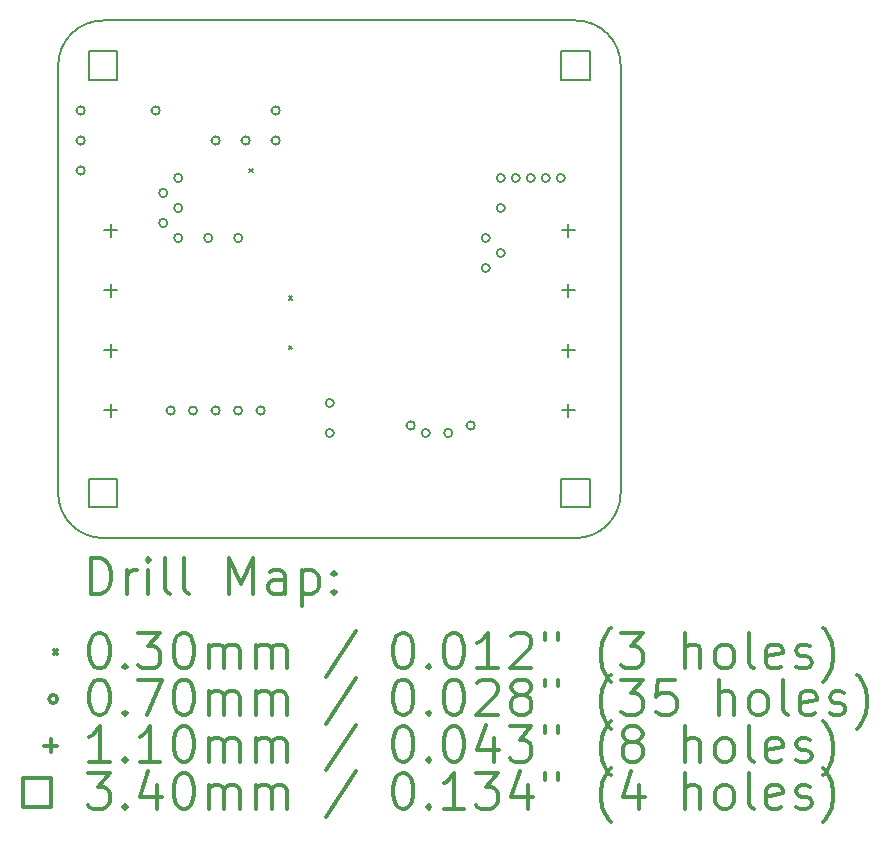
<source format=gbr>
%FSLAX45Y45*%
G04 Gerber Fmt 4.5, Leading zero omitted, Abs format (unit mm)*
G04 Created by KiCad (PCBNEW (5.0.2)-1) date 01/24/19 20:45:36*
%MOMM*%
%LPD*%
G01*
G04 APERTURE LIST*
%ADD10C,0.150000*%
%ADD11C,0.200000*%
%ADD12C,0.300000*%
G04 APERTURE END LIST*
D10*
X14859000Y-3048000D02*
X14859000Y-3238500D01*
X19240500Y-2667000D02*
X15240000Y-2667000D01*
X19621500Y-3238500D02*
X19621500Y-3048000D01*
X19621500Y-6667500D02*
X19621500Y-6477000D01*
X15240000Y-7048500D02*
X19240500Y-7048500D01*
X14859000Y-6667500D02*
X14859000Y-6477000D01*
X19621500Y-6667500D02*
G75*
G02X19240500Y-7048500I-381000J0D01*
G01*
X15240000Y-7048500D02*
G75*
G02X14859000Y-6667500I0J381000D01*
G01*
X14859000Y-3048000D02*
G75*
G02X15240000Y-2667000I381000J0D01*
G01*
X19240500Y-2667000D02*
G75*
G02X19621500Y-3048000I0J-381000D01*
G01*
X19621500Y-6477000D02*
X19621500Y-3238500D01*
X14859000Y-3238500D02*
X14859000Y-6477000D01*
D11*
X16476000Y-3922000D02*
X16506000Y-3952000D01*
X16506000Y-3922000D02*
X16476000Y-3952000D01*
X16812500Y-5001500D02*
X16842500Y-5031500D01*
X16842500Y-5001500D02*
X16812500Y-5031500D01*
X16812500Y-5420600D02*
X16842500Y-5450600D01*
X16842500Y-5420600D02*
X16812500Y-5450600D01*
X15783000Y-4127500D02*
G75*
G03X15783000Y-4127500I-35000J0D01*
G01*
X15783000Y-4381500D02*
G75*
G03X15783000Y-4381500I-35000J0D01*
G01*
X15846500Y-5969000D02*
G75*
G03X15846500Y-5969000I-35000J0D01*
G01*
X15910000Y-4000500D02*
G75*
G03X15910000Y-4000500I-35000J0D01*
G01*
X15910000Y-4254500D02*
G75*
G03X15910000Y-4254500I-35000J0D01*
G01*
X15910000Y-4508500D02*
G75*
G03X15910000Y-4508500I-35000J0D01*
G01*
X16037000Y-5969000D02*
G75*
G03X16037000Y-5969000I-35000J0D01*
G01*
X16164000Y-4508500D02*
G75*
G03X16164000Y-4508500I-35000J0D01*
G01*
X16227500Y-5969000D02*
G75*
G03X16227500Y-5969000I-35000J0D01*
G01*
X16418000Y-4508500D02*
G75*
G03X16418000Y-4508500I-35000J0D01*
G01*
X16418000Y-5969000D02*
G75*
G03X16418000Y-5969000I-35000J0D01*
G01*
X16608500Y-5969000D02*
G75*
G03X16608500Y-5969000I-35000J0D01*
G01*
X17878500Y-6096000D02*
G75*
G03X17878500Y-6096000I-35000J0D01*
G01*
X18005500Y-6159500D02*
G75*
G03X18005500Y-6159500I-35000J0D01*
G01*
X18196000Y-6159500D02*
G75*
G03X18196000Y-6159500I-35000J0D01*
G01*
X18386500Y-6096000D02*
G75*
G03X18386500Y-6096000I-35000J0D01*
G01*
X18513500Y-4508500D02*
G75*
G03X18513500Y-4508500I-35000J0D01*
G01*
X18513500Y-4762500D02*
G75*
G03X18513500Y-4762500I-35000J0D01*
G01*
X18640500Y-4000500D02*
G75*
G03X18640500Y-4000500I-35000J0D01*
G01*
X18640500Y-4254500D02*
G75*
G03X18640500Y-4254500I-35000J0D01*
G01*
X18640500Y-4635500D02*
G75*
G03X18640500Y-4635500I-35000J0D01*
G01*
X18767500Y-4000500D02*
G75*
G03X18767500Y-4000500I-35000J0D01*
G01*
X18894500Y-4000500D02*
G75*
G03X18894500Y-4000500I-35000J0D01*
G01*
X19021500Y-4000500D02*
G75*
G03X19021500Y-4000500I-35000J0D01*
G01*
X19148500Y-4000500D02*
G75*
G03X19148500Y-4000500I-35000J0D01*
G01*
X17192700Y-5905500D02*
G75*
G03X17192700Y-5905500I-35000J0D01*
G01*
X17192700Y-6159500D02*
G75*
G03X17192700Y-6159500I-35000J0D01*
G01*
X15719500Y-3429000D02*
G75*
G03X15719500Y-3429000I-35000J0D01*
G01*
X16735500Y-3429000D02*
G75*
G03X16735500Y-3429000I-35000J0D01*
G01*
X15084500Y-3429000D02*
G75*
G03X15084500Y-3429000I-35000J0D01*
G01*
X15084500Y-3683000D02*
G75*
G03X15084500Y-3683000I-35000J0D01*
G01*
X15084500Y-3937000D02*
G75*
G03X15084500Y-3937000I-35000J0D01*
G01*
X16227500Y-3683000D02*
G75*
G03X16227500Y-3683000I-35000J0D01*
G01*
X16481500Y-3683000D02*
G75*
G03X16481500Y-3683000I-35000J0D01*
G01*
X16735500Y-3683000D02*
G75*
G03X16735500Y-3683000I-35000J0D01*
G01*
X15303500Y-5406000D02*
X15303500Y-5516000D01*
X15248500Y-5461000D02*
X15358500Y-5461000D01*
X15303500Y-5914000D02*
X15303500Y-6024000D01*
X15248500Y-5969000D02*
X15358500Y-5969000D01*
X15303500Y-4390000D02*
X15303500Y-4500000D01*
X15248500Y-4445000D02*
X15358500Y-4445000D01*
X15303500Y-4898000D02*
X15303500Y-5008000D01*
X15248500Y-4953000D02*
X15358500Y-4953000D01*
X19177000Y-4390000D02*
X19177000Y-4500000D01*
X19122000Y-4445000D02*
X19232000Y-4445000D01*
X19177000Y-4898000D02*
X19177000Y-5008000D01*
X19122000Y-4953000D02*
X19232000Y-4953000D01*
X19177000Y-5406000D02*
X19177000Y-5516000D01*
X19122000Y-5461000D02*
X19232000Y-5461000D01*
X19177000Y-5914000D02*
X19177000Y-6024000D01*
X19122000Y-5969000D02*
X19232000Y-5969000D01*
X19360709Y-3168209D02*
X19360709Y-2927791D01*
X19120291Y-2927791D01*
X19120291Y-3168209D01*
X19360709Y-3168209D01*
X19360709Y-6787709D02*
X19360709Y-6547291D01*
X19120291Y-6547291D01*
X19120291Y-6787709D01*
X19360709Y-6787709D01*
X15360209Y-6787709D02*
X15360209Y-6547291D01*
X15119791Y-6547291D01*
X15119791Y-6787709D01*
X15360209Y-6787709D01*
X15360209Y-3168209D02*
X15360209Y-2927791D01*
X15119791Y-2927791D01*
X15119791Y-3168209D01*
X15360209Y-3168209D01*
D12*
X15137928Y-7521714D02*
X15137928Y-7221714D01*
X15209357Y-7221714D01*
X15252214Y-7236000D01*
X15280786Y-7264571D01*
X15295071Y-7293143D01*
X15309357Y-7350286D01*
X15309357Y-7393143D01*
X15295071Y-7450286D01*
X15280786Y-7478857D01*
X15252214Y-7507429D01*
X15209357Y-7521714D01*
X15137928Y-7521714D01*
X15437928Y-7521714D02*
X15437928Y-7321714D01*
X15437928Y-7378857D02*
X15452214Y-7350286D01*
X15466500Y-7336000D01*
X15495071Y-7321714D01*
X15523643Y-7321714D01*
X15623643Y-7521714D02*
X15623643Y-7321714D01*
X15623643Y-7221714D02*
X15609357Y-7236000D01*
X15623643Y-7250286D01*
X15637928Y-7236000D01*
X15623643Y-7221714D01*
X15623643Y-7250286D01*
X15809357Y-7521714D02*
X15780786Y-7507429D01*
X15766500Y-7478857D01*
X15766500Y-7221714D01*
X15966500Y-7521714D02*
X15937928Y-7507429D01*
X15923643Y-7478857D01*
X15923643Y-7221714D01*
X16309357Y-7521714D02*
X16309357Y-7221714D01*
X16409357Y-7436000D01*
X16509357Y-7221714D01*
X16509357Y-7521714D01*
X16780786Y-7521714D02*
X16780786Y-7364571D01*
X16766500Y-7336000D01*
X16737928Y-7321714D01*
X16680786Y-7321714D01*
X16652214Y-7336000D01*
X16780786Y-7507429D02*
X16752214Y-7521714D01*
X16680786Y-7521714D01*
X16652214Y-7507429D01*
X16637928Y-7478857D01*
X16637928Y-7450286D01*
X16652214Y-7421714D01*
X16680786Y-7407429D01*
X16752214Y-7407429D01*
X16780786Y-7393143D01*
X16923643Y-7321714D02*
X16923643Y-7621714D01*
X16923643Y-7336000D02*
X16952214Y-7321714D01*
X17009357Y-7321714D01*
X17037928Y-7336000D01*
X17052214Y-7350286D01*
X17066500Y-7378857D01*
X17066500Y-7464571D01*
X17052214Y-7493143D01*
X17037928Y-7507429D01*
X17009357Y-7521714D01*
X16952214Y-7521714D01*
X16923643Y-7507429D01*
X17195071Y-7493143D02*
X17209357Y-7507429D01*
X17195071Y-7521714D01*
X17180786Y-7507429D01*
X17195071Y-7493143D01*
X17195071Y-7521714D01*
X17195071Y-7336000D02*
X17209357Y-7350286D01*
X17195071Y-7364571D01*
X17180786Y-7350286D01*
X17195071Y-7336000D01*
X17195071Y-7364571D01*
X14821500Y-8001000D02*
X14851500Y-8031000D01*
X14851500Y-8001000D02*
X14821500Y-8031000D01*
X15195071Y-7851714D02*
X15223643Y-7851714D01*
X15252214Y-7866000D01*
X15266500Y-7880286D01*
X15280786Y-7908857D01*
X15295071Y-7966000D01*
X15295071Y-8037429D01*
X15280786Y-8094571D01*
X15266500Y-8123143D01*
X15252214Y-8137429D01*
X15223643Y-8151714D01*
X15195071Y-8151714D01*
X15166500Y-8137429D01*
X15152214Y-8123143D01*
X15137928Y-8094571D01*
X15123643Y-8037429D01*
X15123643Y-7966000D01*
X15137928Y-7908857D01*
X15152214Y-7880286D01*
X15166500Y-7866000D01*
X15195071Y-7851714D01*
X15423643Y-8123143D02*
X15437928Y-8137429D01*
X15423643Y-8151714D01*
X15409357Y-8137429D01*
X15423643Y-8123143D01*
X15423643Y-8151714D01*
X15537928Y-7851714D02*
X15723643Y-7851714D01*
X15623643Y-7966000D01*
X15666500Y-7966000D01*
X15695071Y-7980286D01*
X15709357Y-7994571D01*
X15723643Y-8023143D01*
X15723643Y-8094571D01*
X15709357Y-8123143D01*
X15695071Y-8137429D01*
X15666500Y-8151714D01*
X15580786Y-8151714D01*
X15552214Y-8137429D01*
X15537928Y-8123143D01*
X15909357Y-7851714D02*
X15937928Y-7851714D01*
X15966500Y-7866000D01*
X15980786Y-7880286D01*
X15995071Y-7908857D01*
X16009357Y-7966000D01*
X16009357Y-8037429D01*
X15995071Y-8094571D01*
X15980786Y-8123143D01*
X15966500Y-8137429D01*
X15937928Y-8151714D01*
X15909357Y-8151714D01*
X15880786Y-8137429D01*
X15866500Y-8123143D01*
X15852214Y-8094571D01*
X15837928Y-8037429D01*
X15837928Y-7966000D01*
X15852214Y-7908857D01*
X15866500Y-7880286D01*
X15880786Y-7866000D01*
X15909357Y-7851714D01*
X16137928Y-8151714D02*
X16137928Y-7951714D01*
X16137928Y-7980286D02*
X16152214Y-7966000D01*
X16180786Y-7951714D01*
X16223643Y-7951714D01*
X16252214Y-7966000D01*
X16266500Y-7994571D01*
X16266500Y-8151714D01*
X16266500Y-7994571D02*
X16280786Y-7966000D01*
X16309357Y-7951714D01*
X16352214Y-7951714D01*
X16380786Y-7966000D01*
X16395071Y-7994571D01*
X16395071Y-8151714D01*
X16537928Y-8151714D02*
X16537928Y-7951714D01*
X16537928Y-7980286D02*
X16552214Y-7966000D01*
X16580786Y-7951714D01*
X16623643Y-7951714D01*
X16652214Y-7966000D01*
X16666500Y-7994571D01*
X16666500Y-8151714D01*
X16666500Y-7994571D02*
X16680786Y-7966000D01*
X16709357Y-7951714D01*
X16752214Y-7951714D01*
X16780786Y-7966000D01*
X16795071Y-7994571D01*
X16795071Y-8151714D01*
X17380786Y-7837429D02*
X17123643Y-8223143D01*
X17766500Y-7851714D02*
X17795071Y-7851714D01*
X17823643Y-7866000D01*
X17837928Y-7880286D01*
X17852214Y-7908857D01*
X17866500Y-7966000D01*
X17866500Y-8037429D01*
X17852214Y-8094571D01*
X17837928Y-8123143D01*
X17823643Y-8137429D01*
X17795071Y-8151714D01*
X17766500Y-8151714D01*
X17737928Y-8137429D01*
X17723643Y-8123143D01*
X17709357Y-8094571D01*
X17695071Y-8037429D01*
X17695071Y-7966000D01*
X17709357Y-7908857D01*
X17723643Y-7880286D01*
X17737928Y-7866000D01*
X17766500Y-7851714D01*
X17995071Y-8123143D02*
X18009357Y-8137429D01*
X17995071Y-8151714D01*
X17980786Y-8137429D01*
X17995071Y-8123143D01*
X17995071Y-8151714D01*
X18195071Y-7851714D02*
X18223643Y-7851714D01*
X18252214Y-7866000D01*
X18266500Y-7880286D01*
X18280786Y-7908857D01*
X18295071Y-7966000D01*
X18295071Y-8037429D01*
X18280786Y-8094571D01*
X18266500Y-8123143D01*
X18252214Y-8137429D01*
X18223643Y-8151714D01*
X18195071Y-8151714D01*
X18166500Y-8137429D01*
X18152214Y-8123143D01*
X18137928Y-8094571D01*
X18123643Y-8037429D01*
X18123643Y-7966000D01*
X18137928Y-7908857D01*
X18152214Y-7880286D01*
X18166500Y-7866000D01*
X18195071Y-7851714D01*
X18580786Y-8151714D02*
X18409357Y-8151714D01*
X18495071Y-8151714D02*
X18495071Y-7851714D01*
X18466500Y-7894571D01*
X18437928Y-7923143D01*
X18409357Y-7937429D01*
X18695071Y-7880286D02*
X18709357Y-7866000D01*
X18737928Y-7851714D01*
X18809357Y-7851714D01*
X18837928Y-7866000D01*
X18852214Y-7880286D01*
X18866500Y-7908857D01*
X18866500Y-7937429D01*
X18852214Y-7980286D01*
X18680786Y-8151714D01*
X18866500Y-8151714D01*
X18980786Y-7851714D02*
X18980786Y-7908857D01*
X19095071Y-7851714D02*
X19095071Y-7908857D01*
X19537928Y-8266000D02*
X19523643Y-8251714D01*
X19495071Y-8208857D01*
X19480786Y-8180286D01*
X19466500Y-8137429D01*
X19452214Y-8066000D01*
X19452214Y-8008857D01*
X19466500Y-7937429D01*
X19480786Y-7894571D01*
X19495071Y-7866000D01*
X19523643Y-7823143D01*
X19537928Y-7808857D01*
X19623643Y-7851714D02*
X19809357Y-7851714D01*
X19709357Y-7966000D01*
X19752214Y-7966000D01*
X19780786Y-7980286D01*
X19795071Y-7994571D01*
X19809357Y-8023143D01*
X19809357Y-8094571D01*
X19795071Y-8123143D01*
X19780786Y-8137429D01*
X19752214Y-8151714D01*
X19666500Y-8151714D01*
X19637928Y-8137429D01*
X19623643Y-8123143D01*
X20166500Y-8151714D02*
X20166500Y-7851714D01*
X20295071Y-8151714D02*
X20295071Y-7994571D01*
X20280786Y-7966000D01*
X20252214Y-7951714D01*
X20209357Y-7951714D01*
X20180786Y-7966000D01*
X20166500Y-7980286D01*
X20480786Y-8151714D02*
X20452214Y-8137429D01*
X20437928Y-8123143D01*
X20423643Y-8094571D01*
X20423643Y-8008857D01*
X20437928Y-7980286D01*
X20452214Y-7966000D01*
X20480786Y-7951714D01*
X20523643Y-7951714D01*
X20552214Y-7966000D01*
X20566500Y-7980286D01*
X20580786Y-8008857D01*
X20580786Y-8094571D01*
X20566500Y-8123143D01*
X20552214Y-8137429D01*
X20523643Y-8151714D01*
X20480786Y-8151714D01*
X20752214Y-8151714D02*
X20723643Y-8137429D01*
X20709357Y-8108857D01*
X20709357Y-7851714D01*
X20980786Y-8137429D02*
X20952214Y-8151714D01*
X20895071Y-8151714D01*
X20866500Y-8137429D01*
X20852214Y-8108857D01*
X20852214Y-7994571D01*
X20866500Y-7966000D01*
X20895071Y-7951714D01*
X20952214Y-7951714D01*
X20980786Y-7966000D01*
X20995071Y-7994571D01*
X20995071Y-8023143D01*
X20852214Y-8051714D01*
X21109357Y-8137429D02*
X21137928Y-8151714D01*
X21195071Y-8151714D01*
X21223643Y-8137429D01*
X21237928Y-8108857D01*
X21237928Y-8094571D01*
X21223643Y-8066000D01*
X21195071Y-8051714D01*
X21152214Y-8051714D01*
X21123643Y-8037429D01*
X21109357Y-8008857D01*
X21109357Y-7994571D01*
X21123643Y-7966000D01*
X21152214Y-7951714D01*
X21195071Y-7951714D01*
X21223643Y-7966000D01*
X21337928Y-8266000D02*
X21352214Y-8251714D01*
X21380786Y-8208857D01*
X21395071Y-8180286D01*
X21409357Y-8137429D01*
X21423643Y-8066000D01*
X21423643Y-8008857D01*
X21409357Y-7937429D01*
X21395071Y-7894571D01*
X21380786Y-7866000D01*
X21352214Y-7823143D01*
X21337928Y-7808857D01*
X14851500Y-8412000D02*
G75*
G03X14851500Y-8412000I-35000J0D01*
G01*
X15195071Y-8247714D02*
X15223643Y-8247714D01*
X15252214Y-8262000D01*
X15266500Y-8276286D01*
X15280786Y-8304857D01*
X15295071Y-8362000D01*
X15295071Y-8433429D01*
X15280786Y-8490572D01*
X15266500Y-8519143D01*
X15252214Y-8533429D01*
X15223643Y-8547714D01*
X15195071Y-8547714D01*
X15166500Y-8533429D01*
X15152214Y-8519143D01*
X15137928Y-8490572D01*
X15123643Y-8433429D01*
X15123643Y-8362000D01*
X15137928Y-8304857D01*
X15152214Y-8276286D01*
X15166500Y-8262000D01*
X15195071Y-8247714D01*
X15423643Y-8519143D02*
X15437928Y-8533429D01*
X15423643Y-8547714D01*
X15409357Y-8533429D01*
X15423643Y-8519143D01*
X15423643Y-8547714D01*
X15537928Y-8247714D02*
X15737928Y-8247714D01*
X15609357Y-8547714D01*
X15909357Y-8247714D02*
X15937928Y-8247714D01*
X15966500Y-8262000D01*
X15980786Y-8276286D01*
X15995071Y-8304857D01*
X16009357Y-8362000D01*
X16009357Y-8433429D01*
X15995071Y-8490572D01*
X15980786Y-8519143D01*
X15966500Y-8533429D01*
X15937928Y-8547714D01*
X15909357Y-8547714D01*
X15880786Y-8533429D01*
X15866500Y-8519143D01*
X15852214Y-8490572D01*
X15837928Y-8433429D01*
X15837928Y-8362000D01*
X15852214Y-8304857D01*
X15866500Y-8276286D01*
X15880786Y-8262000D01*
X15909357Y-8247714D01*
X16137928Y-8547714D02*
X16137928Y-8347714D01*
X16137928Y-8376286D02*
X16152214Y-8362000D01*
X16180786Y-8347714D01*
X16223643Y-8347714D01*
X16252214Y-8362000D01*
X16266500Y-8390572D01*
X16266500Y-8547714D01*
X16266500Y-8390572D02*
X16280786Y-8362000D01*
X16309357Y-8347714D01*
X16352214Y-8347714D01*
X16380786Y-8362000D01*
X16395071Y-8390572D01*
X16395071Y-8547714D01*
X16537928Y-8547714D02*
X16537928Y-8347714D01*
X16537928Y-8376286D02*
X16552214Y-8362000D01*
X16580786Y-8347714D01*
X16623643Y-8347714D01*
X16652214Y-8362000D01*
X16666500Y-8390572D01*
X16666500Y-8547714D01*
X16666500Y-8390572D02*
X16680786Y-8362000D01*
X16709357Y-8347714D01*
X16752214Y-8347714D01*
X16780786Y-8362000D01*
X16795071Y-8390572D01*
X16795071Y-8547714D01*
X17380786Y-8233429D02*
X17123643Y-8619143D01*
X17766500Y-8247714D02*
X17795071Y-8247714D01*
X17823643Y-8262000D01*
X17837928Y-8276286D01*
X17852214Y-8304857D01*
X17866500Y-8362000D01*
X17866500Y-8433429D01*
X17852214Y-8490572D01*
X17837928Y-8519143D01*
X17823643Y-8533429D01*
X17795071Y-8547714D01*
X17766500Y-8547714D01*
X17737928Y-8533429D01*
X17723643Y-8519143D01*
X17709357Y-8490572D01*
X17695071Y-8433429D01*
X17695071Y-8362000D01*
X17709357Y-8304857D01*
X17723643Y-8276286D01*
X17737928Y-8262000D01*
X17766500Y-8247714D01*
X17995071Y-8519143D02*
X18009357Y-8533429D01*
X17995071Y-8547714D01*
X17980786Y-8533429D01*
X17995071Y-8519143D01*
X17995071Y-8547714D01*
X18195071Y-8247714D02*
X18223643Y-8247714D01*
X18252214Y-8262000D01*
X18266500Y-8276286D01*
X18280786Y-8304857D01*
X18295071Y-8362000D01*
X18295071Y-8433429D01*
X18280786Y-8490572D01*
X18266500Y-8519143D01*
X18252214Y-8533429D01*
X18223643Y-8547714D01*
X18195071Y-8547714D01*
X18166500Y-8533429D01*
X18152214Y-8519143D01*
X18137928Y-8490572D01*
X18123643Y-8433429D01*
X18123643Y-8362000D01*
X18137928Y-8304857D01*
X18152214Y-8276286D01*
X18166500Y-8262000D01*
X18195071Y-8247714D01*
X18409357Y-8276286D02*
X18423643Y-8262000D01*
X18452214Y-8247714D01*
X18523643Y-8247714D01*
X18552214Y-8262000D01*
X18566500Y-8276286D01*
X18580786Y-8304857D01*
X18580786Y-8333429D01*
X18566500Y-8376286D01*
X18395071Y-8547714D01*
X18580786Y-8547714D01*
X18752214Y-8376286D02*
X18723643Y-8362000D01*
X18709357Y-8347714D01*
X18695071Y-8319143D01*
X18695071Y-8304857D01*
X18709357Y-8276286D01*
X18723643Y-8262000D01*
X18752214Y-8247714D01*
X18809357Y-8247714D01*
X18837928Y-8262000D01*
X18852214Y-8276286D01*
X18866500Y-8304857D01*
X18866500Y-8319143D01*
X18852214Y-8347714D01*
X18837928Y-8362000D01*
X18809357Y-8376286D01*
X18752214Y-8376286D01*
X18723643Y-8390572D01*
X18709357Y-8404857D01*
X18695071Y-8433429D01*
X18695071Y-8490572D01*
X18709357Y-8519143D01*
X18723643Y-8533429D01*
X18752214Y-8547714D01*
X18809357Y-8547714D01*
X18837928Y-8533429D01*
X18852214Y-8519143D01*
X18866500Y-8490572D01*
X18866500Y-8433429D01*
X18852214Y-8404857D01*
X18837928Y-8390572D01*
X18809357Y-8376286D01*
X18980786Y-8247714D02*
X18980786Y-8304857D01*
X19095071Y-8247714D02*
X19095071Y-8304857D01*
X19537928Y-8662000D02*
X19523643Y-8647714D01*
X19495071Y-8604857D01*
X19480786Y-8576286D01*
X19466500Y-8533429D01*
X19452214Y-8462000D01*
X19452214Y-8404857D01*
X19466500Y-8333429D01*
X19480786Y-8290571D01*
X19495071Y-8262000D01*
X19523643Y-8219143D01*
X19537928Y-8204857D01*
X19623643Y-8247714D02*
X19809357Y-8247714D01*
X19709357Y-8362000D01*
X19752214Y-8362000D01*
X19780786Y-8376286D01*
X19795071Y-8390572D01*
X19809357Y-8419143D01*
X19809357Y-8490572D01*
X19795071Y-8519143D01*
X19780786Y-8533429D01*
X19752214Y-8547714D01*
X19666500Y-8547714D01*
X19637928Y-8533429D01*
X19623643Y-8519143D01*
X20080786Y-8247714D02*
X19937928Y-8247714D01*
X19923643Y-8390572D01*
X19937928Y-8376286D01*
X19966500Y-8362000D01*
X20037928Y-8362000D01*
X20066500Y-8376286D01*
X20080786Y-8390572D01*
X20095071Y-8419143D01*
X20095071Y-8490572D01*
X20080786Y-8519143D01*
X20066500Y-8533429D01*
X20037928Y-8547714D01*
X19966500Y-8547714D01*
X19937928Y-8533429D01*
X19923643Y-8519143D01*
X20452214Y-8547714D02*
X20452214Y-8247714D01*
X20580786Y-8547714D02*
X20580786Y-8390572D01*
X20566500Y-8362000D01*
X20537928Y-8347714D01*
X20495071Y-8347714D01*
X20466500Y-8362000D01*
X20452214Y-8376286D01*
X20766500Y-8547714D02*
X20737928Y-8533429D01*
X20723643Y-8519143D01*
X20709357Y-8490572D01*
X20709357Y-8404857D01*
X20723643Y-8376286D01*
X20737928Y-8362000D01*
X20766500Y-8347714D01*
X20809357Y-8347714D01*
X20837928Y-8362000D01*
X20852214Y-8376286D01*
X20866500Y-8404857D01*
X20866500Y-8490572D01*
X20852214Y-8519143D01*
X20837928Y-8533429D01*
X20809357Y-8547714D01*
X20766500Y-8547714D01*
X21037928Y-8547714D02*
X21009357Y-8533429D01*
X20995071Y-8504857D01*
X20995071Y-8247714D01*
X21266500Y-8533429D02*
X21237928Y-8547714D01*
X21180786Y-8547714D01*
X21152214Y-8533429D01*
X21137928Y-8504857D01*
X21137928Y-8390572D01*
X21152214Y-8362000D01*
X21180786Y-8347714D01*
X21237928Y-8347714D01*
X21266500Y-8362000D01*
X21280786Y-8390572D01*
X21280786Y-8419143D01*
X21137928Y-8447714D01*
X21395071Y-8533429D02*
X21423643Y-8547714D01*
X21480786Y-8547714D01*
X21509357Y-8533429D01*
X21523643Y-8504857D01*
X21523643Y-8490572D01*
X21509357Y-8462000D01*
X21480786Y-8447714D01*
X21437928Y-8447714D01*
X21409357Y-8433429D01*
X21395071Y-8404857D01*
X21395071Y-8390572D01*
X21409357Y-8362000D01*
X21437928Y-8347714D01*
X21480786Y-8347714D01*
X21509357Y-8362000D01*
X21623643Y-8662000D02*
X21637928Y-8647714D01*
X21666500Y-8604857D01*
X21680786Y-8576286D01*
X21695071Y-8533429D01*
X21709357Y-8462000D01*
X21709357Y-8404857D01*
X21695071Y-8333429D01*
X21680786Y-8290571D01*
X21666500Y-8262000D01*
X21637928Y-8219143D01*
X21623643Y-8204857D01*
X14796500Y-8753000D02*
X14796500Y-8863000D01*
X14741500Y-8808000D02*
X14851500Y-8808000D01*
X15295071Y-8943714D02*
X15123643Y-8943714D01*
X15209357Y-8943714D02*
X15209357Y-8643714D01*
X15180786Y-8686572D01*
X15152214Y-8715143D01*
X15123643Y-8729429D01*
X15423643Y-8915143D02*
X15437928Y-8929429D01*
X15423643Y-8943714D01*
X15409357Y-8929429D01*
X15423643Y-8915143D01*
X15423643Y-8943714D01*
X15723643Y-8943714D02*
X15552214Y-8943714D01*
X15637928Y-8943714D02*
X15637928Y-8643714D01*
X15609357Y-8686572D01*
X15580786Y-8715143D01*
X15552214Y-8729429D01*
X15909357Y-8643714D02*
X15937928Y-8643714D01*
X15966500Y-8658000D01*
X15980786Y-8672286D01*
X15995071Y-8700857D01*
X16009357Y-8758000D01*
X16009357Y-8829429D01*
X15995071Y-8886572D01*
X15980786Y-8915143D01*
X15966500Y-8929429D01*
X15937928Y-8943714D01*
X15909357Y-8943714D01*
X15880786Y-8929429D01*
X15866500Y-8915143D01*
X15852214Y-8886572D01*
X15837928Y-8829429D01*
X15837928Y-8758000D01*
X15852214Y-8700857D01*
X15866500Y-8672286D01*
X15880786Y-8658000D01*
X15909357Y-8643714D01*
X16137928Y-8943714D02*
X16137928Y-8743714D01*
X16137928Y-8772286D02*
X16152214Y-8758000D01*
X16180786Y-8743714D01*
X16223643Y-8743714D01*
X16252214Y-8758000D01*
X16266500Y-8786572D01*
X16266500Y-8943714D01*
X16266500Y-8786572D02*
X16280786Y-8758000D01*
X16309357Y-8743714D01*
X16352214Y-8743714D01*
X16380786Y-8758000D01*
X16395071Y-8786572D01*
X16395071Y-8943714D01*
X16537928Y-8943714D02*
X16537928Y-8743714D01*
X16537928Y-8772286D02*
X16552214Y-8758000D01*
X16580786Y-8743714D01*
X16623643Y-8743714D01*
X16652214Y-8758000D01*
X16666500Y-8786572D01*
X16666500Y-8943714D01*
X16666500Y-8786572D02*
X16680786Y-8758000D01*
X16709357Y-8743714D01*
X16752214Y-8743714D01*
X16780786Y-8758000D01*
X16795071Y-8786572D01*
X16795071Y-8943714D01*
X17380786Y-8629429D02*
X17123643Y-9015143D01*
X17766500Y-8643714D02*
X17795071Y-8643714D01*
X17823643Y-8658000D01*
X17837928Y-8672286D01*
X17852214Y-8700857D01*
X17866500Y-8758000D01*
X17866500Y-8829429D01*
X17852214Y-8886572D01*
X17837928Y-8915143D01*
X17823643Y-8929429D01*
X17795071Y-8943714D01*
X17766500Y-8943714D01*
X17737928Y-8929429D01*
X17723643Y-8915143D01*
X17709357Y-8886572D01*
X17695071Y-8829429D01*
X17695071Y-8758000D01*
X17709357Y-8700857D01*
X17723643Y-8672286D01*
X17737928Y-8658000D01*
X17766500Y-8643714D01*
X17995071Y-8915143D02*
X18009357Y-8929429D01*
X17995071Y-8943714D01*
X17980786Y-8929429D01*
X17995071Y-8915143D01*
X17995071Y-8943714D01*
X18195071Y-8643714D02*
X18223643Y-8643714D01*
X18252214Y-8658000D01*
X18266500Y-8672286D01*
X18280786Y-8700857D01*
X18295071Y-8758000D01*
X18295071Y-8829429D01*
X18280786Y-8886572D01*
X18266500Y-8915143D01*
X18252214Y-8929429D01*
X18223643Y-8943714D01*
X18195071Y-8943714D01*
X18166500Y-8929429D01*
X18152214Y-8915143D01*
X18137928Y-8886572D01*
X18123643Y-8829429D01*
X18123643Y-8758000D01*
X18137928Y-8700857D01*
X18152214Y-8672286D01*
X18166500Y-8658000D01*
X18195071Y-8643714D01*
X18552214Y-8743714D02*
X18552214Y-8943714D01*
X18480786Y-8629429D02*
X18409357Y-8843714D01*
X18595071Y-8843714D01*
X18680786Y-8643714D02*
X18866500Y-8643714D01*
X18766500Y-8758000D01*
X18809357Y-8758000D01*
X18837928Y-8772286D01*
X18852214Y-8786572D01*
X18866500Y-8815143D01*
X18866500Y-8886572D01*
X18852214Y-8915143D01*
X18837928Y-8929429D01*
X18809357Y-8943714D01*
X18723643Y-8943714D01*
X18695071Y-8929429D01*
X18680786Y-8915143D01*
X18980786Y-8643714D02*
X18980786Y-8700857D01*
X19095071Y-8643714D02*
X19095071Y-8700857D01*
X19537928Y-9058000D02*
X19523643Y-9043714D01*
X19495071Y-9000857D01*
X19480786Y-8972286D01*
X19466500Y-8929429D01*
X19452214Y-8858000D01*
X19452214Y-8800857D01*
X19466500Y-8729429D01*
X19480786Y-8686572D01*
X19495071Y-8658000D01*
X19523643Y-8615143D01*
X19537928Y-8600857D01*
X19695071Y-8772286D02*
X19666500Y-8758000D01*
X19652214Y-8743714D01*
X19637928Y-8715143D01*
X19637928Y-8700857D01*
X19652214Y-8672286D01*
X19666500Y-8658000D01*
X19695071Y-8643714D01*
X19752214Y-8643714D01*
X19780786Y-8658000D01*
X19795071Y-8672286D01*
X19809357Y-8700857D01*
X19809357Y-8715143D01*
X19795071Y-8743714D01*
X19780786Y-8758000D01*
X19752214Y-8772286D01*
X19695071Y-8772286D01*
X19666500Y-8786572D01*
X19652214Y-8800857D01*
X19637928Y-8829429D01*
X19637928Y-8886572D01*
X19652214Y-8915143D01*
X19666500Y-8929429D01*
X19695071Y-8943714D01*
X19752214Y-8943714D01*
X19780786Y-8929429D01*
X19795071Y-8915143D01*
X19809357Y-8886572D01*
X19809357Y-8829429D01*
X19795071Y-8800857D01*
X19780786Y-8786572D01*
X19752214Y-8772286D01*
X20166500Y-8943714D02*
X20166500Y-8643714D01*
X20295071Y-8943714D02*
X20295071Y-8786572D01*
X20280786Y-8758000D01*
X20252214Y-8743714D01*
X20209357Y-8743714D01*
X20180786Y-8758000D01*
X20166500Y-8772286D01*
X20480786Y-8943714D02*
X20452214Y-8929429D01*
X20437928Y-8915143D01*
X20423643Y-8886572D01*
X20423643Y-8800857D01*
X20437928Y-8772286D01*
X20452214Y-8758000D01*
X20480786Y-8743714D01*
X20523643Y-8743714D01*
X20552214Y-8758000D01*
X20566500Y-8772286D01*
X20580786Y-8800857D01*
X20580786Y-8886572D01*
X20566500Y-8915143D01*
X20552214Y-8929429D01*
X20523643Y-8943714D01*
X20480786Y-8943714D01*
X20752214Y-8943714D02*
X20723643Y-8929429D01*
X20709357Y-8900857D01*
X20709357Y-8643714D01*
X20980786Y-8929429D02*
X20952214Y-8943714D01*
X20895071Y-8943714D01*
X20866500Y-8929429D01*
X20852214Y-8900857D01*
X20852214Y-8786572D01*
X20866500Y-8758000D01*
X20895071Y-8743714D01*
X20952214Y-8743714D01*
X20980786Y-8758000D01*
X20995071Y-8786572D01*
X20995071Y-8815143D01*
X20852214Y-8843714D01*
X21109357Y-8929429D02*
X21137928Y-8943714D01*
X21195071Y-8943714D01*
X21223643Y-8929429D01*
X21237928Y-8900857D01*
X21237928Y-8886572D01*
X21223643Y-8858000D01*
X21195071Y-8843714D01*
X21152214Y-8843714D01*
X21123643Y-8829429D01*
X21109357Y-8800857D01*
X21109357Y-8786572D01*
X21123643Y-8758000D01*
X21152214Y-8743714D01*
X21195071Y-8743714D01*
X21223643Y-8758000D01*
X21337928Y-9058000D02*
X21352214Y-9043714D01*
X21380786Y-9000857D01*
X21395071Y-8972286D01*
X21409357Y-8929429D01*
X21423643Y-8858000D01*
X21423643Y-8800857D01*
X21409357Y-8729429D01*
X21395071Y-8686572D01*
X21380786Y-8658000D01*
X21352214Y-8615143D01*
X21337928Y-8600857D01*
X14801709Y-9324209D02*
X14801709Y-9083791D01*
X14561291Y-9083791D01*
X14561291Y-9324209D01*
X14801709Y-9324209D01*
X15109357Y-9039714D02*
X15295071Y-9039714D01*
X15195071Y-9154000D01*
X15237928Y-9154000D01*
X15266500Y-9168286D01*
X15280786Y-9182572D01*
X15295071Y-9211143D01*
X15295071Y-9282572D01*
X15280786Y-9311143D01*
X15266500Y-9325429D01*
X15237928Y-9339714D01*
X15152214Y-9339714D01*
X15123643Y-9325429D01*
X15109357Y-9311143D01*
X15423643Y-9311143D02*
X15437928Y-9325429D01*
X15423643Y-9339714D01*
X15409357Y-9325429D01*
X15423643Y-9311143D01*
X15423643Y-9339714D01*
X15695071Y-9139714D02*
X15695071Y-9339714D01*
X15623643Y-9025429D02*
X15552214Y-9239714D01*
X15737928Y-9239714D01*
X15909357Y-9039714D02*
X15937928Y-9039714D01*
X15966500Y-9054000D01*
X15980786Y-9068286D01*
X15995071Y-9096857D01*
X16009357Y-9154000D01*
X16009357Y-9225429D01*
X15995071Y-9282572D01*
X15980786Y-9311143D01*
X15966500Y-9325429D01*
X15937928Y-9339714D01*
X15909357Y-9339714D01*
X15880786Y-9325429D01*
X15866500Y-9311143D01*
X15852214Y-9282572D01*
X15837928Y-9225429D01*
X15837928Y-9154000D01*
X15852214Y-9096857D01*
X15866500Y-9068286D01*
X15880786Y-9054000D01*
X15909357Y-9039714D01*
X16137928Y-9339714D02*
X16137928Y-9139714D01*
X16137928Y-9168286D02*
X16152214Y-9154000D01*
X16180786Y-9139714D01*
X16223643Y-9139714D01*
X16252214Y-9154000D01*
X16266500Y-9182572D01*
X16266500Y-9339714D01*
X16266500Y-9182572D02*
X16280786Y-9154000D01*
X16309357Y-9139714D01*
X16352214Y-9139714D01*
X16380786Y-9154000D01*
X16395071Y-9182572D01*
X16395071Y-9339714D01*
X16537928Y-9339714D02*
X16537928Y-9139714D01*
X16537928Y-9168286D02*
X16552214Y-9154000D01*
X16580786Y-9139714D01*
X16623643Y-9139714D01*
X16652214Y-9154000D01*
X16666500Y-9182572D01*
X16666500Y-9339714D01*
X16666500Y-9182572D02*
X16680786Y-9154000D01*
X16709357Y-9139714D01*
X16752214Y-9139714D01*
X16780786Y-9154000D01*
X16795071Y-9182572D01*
X16795071Y-9339714D01*
X17380786Y-9025429D02*
X17123643Y-9411143D01*
X17766500Y-9039714D02*
X17795071Y-9039714D01*
X17823643Y-9054000D01*
X17837928Y-9068286D01*
X17852214Y-9096857D01*
X17866500Y-9154000D01*
X17866500Y-9225429D01*
X17852214Y-9282572D01*
X17837928Y-9311143D01*
X17823643Y-9325429D01*
X17795071Y-9339714D01*
X17766500Y-9339714D01*
X17737928Y-9325429D01*
X17723643Y-9311143D01*
X17709357Y-9282572D01*
X17695071Y-9225429D01*
X17695071Y-9154000D01*
X17709357Y-9096857D01*
X17723643Y-9068286D01*
X17737928Y-9054000D01*
X17766500Y-9039714D01*
X17995071Y-9311143D02*
X18009357Y-9325429D01*
X17995071Y-9339714D01*
X17980786Y-9325429D01*
X17995071Y-9311143D01*
X17995071Y-9339714D01*
X18295071Y-9339714D02*
X18123643Y-9339714D01*
X18209357Y-9339714D02*
X18209357Y-9039714D01*
X18180786Y-9082572D01*
X18152214Y-9111143D01*
X18123643Y-9125429D01*
X18395071Y-9039714D02*
X18580786Y-9039714D01*
X18480786Y-9154000D01*
X18523643Y-9154000D01*
X18552214Y-9168286D01*
X18566500Y-9182572D01*
X18580786Y-9211143D01*
X18580786Y-9282572D01*
X18566500Y-9311143D01*
X18552214Y-9325429D01*
X18523643Y-9339714D01*
X18437928Y-9339714D01*
X18409357Y-9325429D01*
X18395071Y-9311143D01*
X18837928Y-9139714D02*
X18837928Y-9339714D01*
X18766500Y-9025429D02*
X18695071Y-9239714D01*
X18880786Y-9239714D01*
X18980786Y-9039714D02*
X18980786Y-9096857D01*
X19095071Y-9039714D02*
X19095071Y-9096857D01*
X19537928Y-9454000D02*
X19523643Y-9439714D01*
X19495071Y-9396857D01*
X19480786Y-9368286D01*
X19466500Y-9325429D01*
X19452214Y-9254000D01*
X19452214Y-9196857D01*
X19466500Y-9125429D01*
X19480786Y-9082572D01*
X19495071Y-9054000D01*
X19523643Y-9011143D01*
X19537928Y-8996857D01*
X19780786Y-9139714D02*
X19780786Y-9339714D01*
X19709357Y-9025429D02*
X19637928Y-9239714D01*
X19823643Y-9239714D01*
X20166500Y-9339714D02*
X20166500Y-9039714D01*
X20295071Y-9339714D02*
X20295071Y-9182572D01*
X20280786Y-9154000D01*
X20252214Y-9139714D01*
X20209357Y-9139714D01*
X20180786Y-9154000D01*
X20166500Y-9168286D01*
X20480786Y-9339714D02*
X20452214Y-9325429D01*
X20437928Y-9311143D01*
X20423643Y-9282572D01*
X20423643Y-9196857D01*
X20437928Y-9168286D01*
X20452214Y-9154000D01*
X20480786Y-9139714D01*
X20523643Y-9139714D01*
X20552214Y-9154000D01*
X20566500Y-9168286D01*
X20580786Y-9196857D01*
X20580786Y-9282572D01*
X20566500Y-9311143D01*
X20552214Y-9325429D01*
X20523643Y-9339714D01*
X20480786Y-9339714D01*
X20752214Y-9339714D02*
X20723643Y-9325429D01*
X20709357Y-9296857D01*
X20709357Y-9039714D01*
X20980786Y-9325429D02*
X20952214Y-9339714D01*
X20895071Y-9339714D01*
X20866500Y-9325429D01*
X20852214Y-9296857D01*
X20852214Y-9182572D01*
X20866500Y-9154000D01*
X20895071Y-9139714D01*
X20952214Y-9139714D01*
X20980786Y-9154000D01*
X20995071Y-9182572D01*
X20995071Y-9211143D01*
X20852214Y-9239714D01*
X21109357Y-9325429D02*
X21137928Y-9339714D01*
X21195071Y-9339714D01*
X21223643Y-9325429D01*
X21237928Y-9296857D01*
X21237928Y-9282572D01*
X21223643Y-9254000D01*
X21195071Y-9239714D01*
X21152214Y-9239714D01*
X21123643Y-9225429D01*
X21109357Y-9196857D01*
X21109357Y-9182572D01*
X21123643Y-9154000D01*
X21152214Y-9139714D01*
X21195071Y-9139714D01*
X21223643Y-9154000D01*
X21337928Y-9454000D02*
X21352214Y-9439714D01*
X21380786Y-9396857D01*
X21395071Y-9368286D01*
X21409357Y-9325429D01*
X21423643Y-9254000D01*
X21423643Y-9196857D01*
X21409357Y-9125429D01*
X21395071Y-9082572D01*
X21380786Y-9054000D01*
X21352214Y-9011143D01*
X21337928Y-8996857D01*
M02*

</source>
